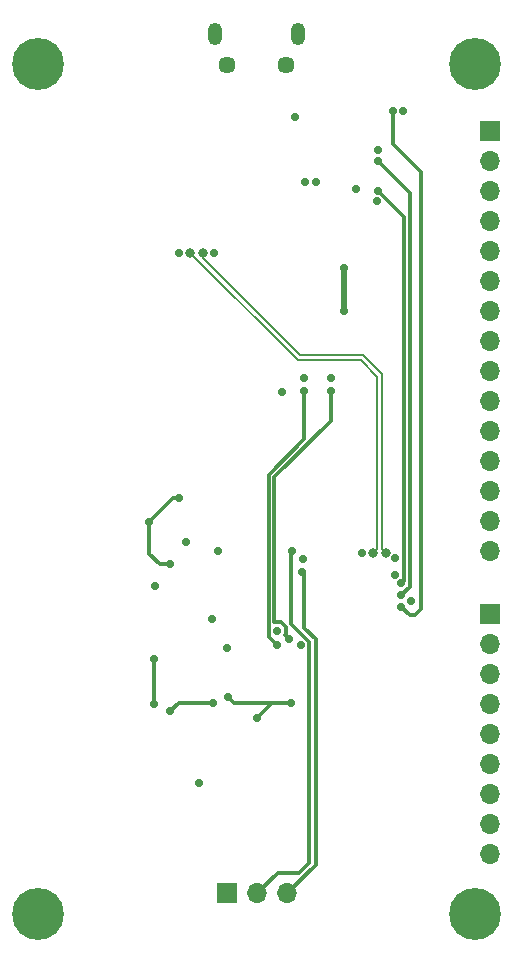
<source format=gbr>
%TF.GenerationSoftware,KiCad,Pcbnew,(6.0.9)*%
%TF.CreationDate,2022-12-01T17:51:06-05:00*%
%TF.ProjectId,cdh-devkit,6364682d-6465-4766-9b69-742e6b696361,rev?*%
%TF.SameCoordinates,Original*%
%TF.FileFunction,Copper,L4,Bot*%
%TF.FilePolarity,Positive*%
%FSLAX46Y46*%
G04 Gerber Fmt 4.6, Leading zero omitted, Abs format (unit mm)*
G04 Created by KiCad (PCBNEW (6.0.9)) date 2022-12-01 17:51:06*
%MOMM*%
%LPD*%
G01*
G04 APERTURE LIST*
%TA.AperFunction,ComponentPad*%
%ADD10C,1.450000*%
%TD*%
%TA.AperFunction,ComponentPad*%
%ADD11O,1.200000X1.900000*%
%TD*%
%TA.AperFunction,ComponentPad*%
%ADD12C,4.400000*%
%TD*%
%TA.AperFunction,ComponentPad*%
%ADD13R,1.700000X1.700000*%
%TD*%
%TA.AperFunction,ComponentPad*%
%ADD14O,1.700000X1.700000*%
%TD*%
%TA.AperFunction,ViaPad*%
%ADD15C,0.700000*%
%TD*%
%TA.AperFunction,ViaPad*%
%ADD16C,0.800000*%
%TD*%
%TA.AperFunction,Conductor*%
%ADD17C,0.300000*%
%TD*%
%TA.AperFunction,Conductor*%
%ADD18C,0.200000*%
%TD*%
%TA.AperFunction,Conductor*%
%ADD19C,0.500000*%
%TD*%
G04 APERTURE END LIST*
D10*
%TO.P,J4,6,Shield*%
%TO.N,GND*%
X35000000Y-19152500D03*
D11*
X41000000Y-16452500D03*
D10*
X40000000Y-19152500D03*
D11*
X34000000Y-16452500D03*
%TD*%
D12*
%TO.P,H1,1,1*%
%TO.N,GND*%
X19000000Y-19000000D03*
%TD*%
D13*
%TO.P,J3,1,Pin_1*%
%TO.N,+3.3V*%
X57280262Y-65560000D03*
D14*
%TO.P,J3,2,Pin_2*%
%TO.N,GND*%
X57280262Y-68100000D03*
%TO.P,J3,3,Pin_3*%
%TO.N,GPIO_1*%
X57280262Y-70640000D03*
%TO.P,J3,4,Pin_4*%
%TO.N,GPIO_2*%
X57280262Y-73180000D03*
%TO.P,J3,5,Pin_5*%
%TO.N,GPIO_3*%
X57280262Y-75720000D03*
%TO.P,J3,6,Pin_6*%
%TO.N,GPIO_4*%
X57280262Y-78260000D03*
%TO.P,J3,7,Pin_7*%
%TO.N,GPIO_5*%
X57280262Y-80800000D03*
%TO.P,J3,8,Pin_8*%
%TO.N,GND*%
X57280262Y-83340000D03*
%TO.P,J3,9,Pin_9*%
%TO.N,+3.3V*%
X57280262Y-85880000D03*
%TD*%
D12*
%TO.P,H2,1,1*%
%TO.N,GND*%
X56000000Y-91000000D03*
%TD*%
%TO.P,H4,1,1*%
%TO.N,GND*%
X19000000Y-91000000D03*
%TD*%
D13*
%TO.P,J1,1,Pin_1*%
%TO.N,GND*%
X34975000Y-89250000D03*
D14*
%TO.P,J1,2,Pin_2*%
%TO.N,SWCLK*%
X37515000Y-89250000D03*
%TO.P,J1,3,Pin_3*%
%TO.N,SWDIO*%
X40055000Y-89250000D03*
%TD*%
D13*
%TO.P,J2,1,Pin_1*%
%TO.N,+3.3V*%
X57280262Y-24680000D03*
D14*
%TO.P,J2,2,Pin_2*%
%TO.N,UART_TX*%
X57280262Y-27220000D03*
%TO.P,J2,3,Pin_3*%
%TO.N,UART_RX*%
X57280262Y-29760000D03*
%TO.P,J2,4,Pin_4*%
%TO.N,GND*%
X57280262Y-32300000D03*
%TO.P,J2,5,Pin_5*%
%TO.N,CAN_TX*%
X57280262Y-34840000D03*
%TO.P,J2,6,Pin_6*%
%TO.N,CAN_RX*%
X57280262Y-37380000D03*
%TO.P,J2,7,Pin_7*%
%TO.N,GND*%
X57280262Y-39920000D03*
%TO.P,J2,8,Pin_8*%
%TO.N,I2C_SCL*%
X57280262Y-42460000D03*
%TO.P,J2,9,Pin_9*%
%TO.N,I2C_SDA*%
X57280262Y-45000000D03*
%TO.P,J2,10,Pin_10*%
%TO.N,GND*%
X57280262Y-47540000D03*
%TO.P,J2,11,Pin_11*%
%TO.N,SPI_MOSI*%
X57280262Y-50080000D03*
%TO.P,J2,12,Pin_12*%
%TO.N,SPI_MISO*%
X57280262Y-52620000D03*
%TO.P,J2,13,Pin_13*%
%TO.N,SPI_SCK*%
X57280262Y-55160000D03*
%TO.P,J2,14,Pin_14*%
%TO.N,GND*%
X57280262Y-57700000D03*
%TO.P,J2,15,Pin_15*%
%TO.N,+3.3V*%
X57280262Y-60240000D03*
%TD*%
D12*
%TO.P,H3,1,1*%
%TO.N,GND*%
X56000000Y-19000000D03*
%TD*%
D15*
%TO.N,GND*%
X47655378Y-30644622D03*
X45900000Y-29600000D03*
X42500000Y-29000000D03*
X41600000Y-29000000D03*
X30925497Y-35000000D03*
X33874503Y-35000000D03*
D16*
%TO.N,D+*%
X47375000Y-60400000D03*
%TO.N,D-*%
X48425000Y-60400000D03*
%TO.N,D+*%
X31875000Y-35000000D03*
%TO.N,D-*%
X32925000Y-35000000D03*
D15*
%TO.N,+3.3V*%
X28400000Y-57800000D03*
X28800000Y-69400000D03*
X28800000Y-73200000D03*
X30200000Y-61400000D03*
X30200000Y-73800000D03*
X35100000Y-72600000D03*
X40400000Y-73100000D03*
X30900000Y-55800000D03*
X37500000Y-74400000D03*
X44900000Y-39900000D03*
X33800000Y-73100000D03*
X44900000Y-36300000D03*
%TO.N,GND*%
X32600000Y-79900000D03*
X41250000Y-68250000D03*
X39600500Y-46788661D03*
X41500000Y-45600000D03*
X28900000Y-63200000D03*
X34250000Y-60250000D03*
X49899503Y-23000000D03*
X33750000Y-66000000D03*
X31500000Y-59500000D03*
X39250000Y-67000000D03*
X41400000Y-60900000D03*
X43750000Y-45600000D03*
X47750000Y-26350497D03*
X50600000Y-64500000D03*
X49227521Y-62267798D03*
X35000000Y-68500000D03*
X49241849Y-60884059D03*
X46425497Y-60400000D03*
X40750000Y-23500000D03*
%TO.N,UART_TX*%
X49750000Y-64000000D03*
X47750000Y-27250000D03*
%TO.N,UART_RX*%
X47750000Y-29750000D03*
X49750000Y-63000000D03*
%TO.N,I2C_SDA*%
X40250000Y-67750000D03*
X43750000Y-46750000D03*
%TO.N,I2C_SCL*%
X41500000Y-46750000D03*
X39250000Y-68250000D03*
%TO.N,SWDIO*%
X41300000Y-62000000D03*
%TO.N,SWCLK*%
X40500000Y-60250000D03*
%TO.N,/USB_NOE*%
X49750000Y-65000000D03*
X49000000Y-23000000D03*
%TD*%
D17*
%TO.N,/USB_NOE*%
X49000000Y-23000000D02*
X49000000Y-25800000D01*
X49000000Y-25800000D02*
X51400000Y-28200000D01*
X51400000Y-28200000D02*
X51400000Y-65200000D01*
X51400000Y-65200000D02*
X50900000Y-65700000D01*
X50900000Y-65700000D02*
X50450000Y-65700000D01*
X50450000Y-65700000D02*
X49750000Y-65000000D01*
D18*
%TO.N,D+*%
X46306800Y-44125000D02*
X47674999Y-45493199D01*
X31875000Y-35000000D02*
X41000000Y-44125000D01*
X47674999Y-45493199D02*
X47674999Y-60100001D01*
%TO.N,D-*%
X41186397Y-43675000D02*
X46493200Y-43675000D01*
X48125001Y-60100001D02*
X48425000Y-60400000D01*
%TO.N,D+*%
X41000000Y-44125000D02*
X46306800Y-44125000D01*
%TO.N,D-*%
X32925000Y-35413603D02*
X41186397Y-43675000D01*
%TO.N,D+*%
X47674999Y-60100001D02*
X47375000Y-60400000D01*
%TO.N,D-*%
X32925000Y-35000000D02*
X32925000Y-35413603D01*
X46493200Y-43675000D02*
X48125001Y-45306801D01*
X48125001Y-45306801D02*
X48125001Y-60100001D01*
D17*
%TO.N,+3.3V*%
X28400000Y-60500000D02*
X28400000Y-57800000D01*
X38800000Y-73100000D02*
X37500000Y-74400000D01*
X30200000Y-61400000D02*
X29300000Y-61400000D01*
X35600000Y-73100000D02*
X35100000Y-72600000D01*
X30400000Y-55800000D02*
X30900000Y-55800000D01*
D19*
X44900000Y-36300000D02*
X44900000Y-39900000D01*
D17*
X29300000Y-61400000D02*
X28400000Y-60500000D01*
X28800000Y-73200000D02*
X28800000Y-69400000D01*
X33800000Y-73100000D02*
X30900000Y-73100000D01*
X40400000Y-73100000D02*
X38800000Y-73100000D01*
X30900000Y-73100000D02*
X30200000Y-73800000D01*
X40400000Y-73100000D02*
X35600000Y-73100000D01*
X28400000Y-57800000D02*
X30400000Y-55800000D01*
%TO.N,UART_TX*%
X49750000Y-64000000D02*
X50450000Y-63300000D01*
X50450000Y-29950000D02*
X47750000Y-27250000D01*
X50450000Y-63300000D02*
X50450000Y-29950000D01*
%TO.N,UART_RX*%
X49950000Y-62800000D02*
X49950000Y-31950000D01*
X49750000Y-63000000D02*
X49950000Y-62800000D01*
X49950000Y-31950000D02*
X47750000Y-29750000D01*
%TO.N,I2C_SDA*%
X39950000Y-67289950D02*
X39950000Y-66710050D01*
X39869975Y-67369975D02*
X39950000Y-67289950D01*
X39000000Y-54000000D02*
X43750000Y-49250000D01*
X40250000Y-67750000D02*
X39869975Y-67369975D01*
X39000000Y-66300000D02*
X39000000Y-54000000D01*
X39950000Y-66710050D02*
X39539950Y-66300000D01*
X39539950Y-66300000D02*
X39000000Y-66300000D01*
X43750000Y-49250000D02*
X43750000Y-46750000D01*
%TO.N,I2C_SCL*%
X39250000Y-68250000D02*
X38500000Y-67500000D01*
X38500000Y-67500000D02*
X38500000Y-53792894D01*
X38500000Y-53792894D02*
X41500000Y-50792894D01*
X41500000Y-50792894D02*
X41500000Y-46750000D01*
%TO.N,SWDIO*%
X42500000Y-86805000D02*
X40055000Y-89250000D01*
X41300000Y-62000000D02*
X41500000Y-62200000D01*
X41500000Y-62200000D02*
X41500000Y-66750000D01*
X41500000Y-66750000D02*
X42500000Y-67750000D01*
X42500000Y-67750000D02*
X42500000Y-86805000D01*
%TO.N,SWCLK*%
X41950000Y-67960050D02*
X41950000Y-86647894D01*
X41950000Y-86647894D02*
X41097894Y-87500000D01*
X41097894Y-87500000D02*
X39265000Y-87500000D01*
X40500000Y-60250000D02*
X40400000Y-60350000D01*
X39265000Y-87500000D02*
X37515000Y-89250000D01*
X40400000Y-60350000D02*
X40400000Y-66410050D01*
X40400000Y-66410050D02*
X41950000Y-67960050D01*
%TD*%
M02*

</source>
